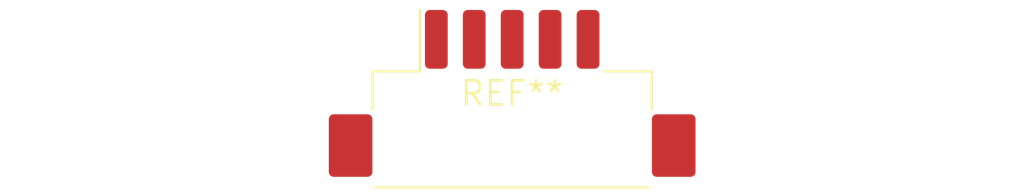
<source format=kicad_pcb>
(kicad_pcb (version 20240108) (generator pcbnew)
  (layers (0 "F.Cu" signal) (31 "B.Cu" signal) (34 "B.Paste" user) (35 "F.Paste" user) (36 "B.SilkS" user "B.Silkscreen") (37 "F.SilkS" user "F.Silkscreen") (38 "B.Mask" user) (39 "F.Mask" user) (44 "Edge.Cuts" user))
  (net 0 "")
  (footprint "Hirose_DF3EA-05P-2H_1x05-1MP_P2.00mm_Horizontal" (layer "F.Cu") (at 0 0)
    (property "Reference" "REF**")
    (property "Value" "Hirose_DF3EA-05P-2H_1x05-1MP_P2.00mm_Horizontal")
    (fp_line (start -7.36 -1.16) (end -4.86 -1.16) (layer "F.SilkS") (stroke (width 0.12)))
    (fp_line (start -7.36 0.84) (end -7.36 -1.16) (layer "F.SilkS") (stroke (width 0.12)))
    (fp_line (start -7.25 4.96) (end 7.25 4.96) (layer "F.SilkS") (stroke (width 0.12)))
    (fp_line (start -4.86 -1.16) (end -4.86 -4.4) (layer "F.SilkS") (stroke (width 0.12)))
    (fp_line (start 7.36 -1.16) (end 4.86 -1.16) (layer "F.SilkS") (stroke (width 0.12)))
    (fp_line (start 7.36 0.84) (end 7.36 -1.16) (layer "F.SilkS") (stroke (width 0.12)))
    (pad "1" smd roundrect (at -4 -2.85) (size 1.2 3.1) (layers "F.Cu" "F.Paste" "F.Mask") (roundrect_rratio 0.208333))
    (pad "2" smd roundrect (at -2 -2.85) (size 1.2 3.1) (layers "F.Cu" "F.Paste" "F.Mask") (roundrect_rratio 0.208333))
    (pad "3" smd roundrect (at 0 -2.85) (size 1.2 3.1) (layers "F.Cu" "F.Paste" "F.Mask") (roundrect_rratio 0.208333))
    (pad "4" smd roundrect (at 2 -2.85) (size 1.2 3.1) (layers "F.Cu" "F.Paste" "F.Mask") (roundrect_rratio 0.208333))
    (pad "5" smd roundrect (at 4 -2.85) (size 1.2 3.1) (layers "F.Cu" "F.Paste" "F.Mask") (roundrect_rratio 0.208333))
    (pad "MP" smd roundrect (at -8.52 2.75) (size 2.3 3.3) (layers "F.Cu" "F.Paste" "F.Mask") (roundrect_rratio 0.108696))
    (pad "MP" smd roundrect (at 8.52 2.75) (size 2.3 3.3) (layers "F.Cu" "F.Paste" "F.Mask") (roundrect_rratio 0.108696))
  )
)
</source>
